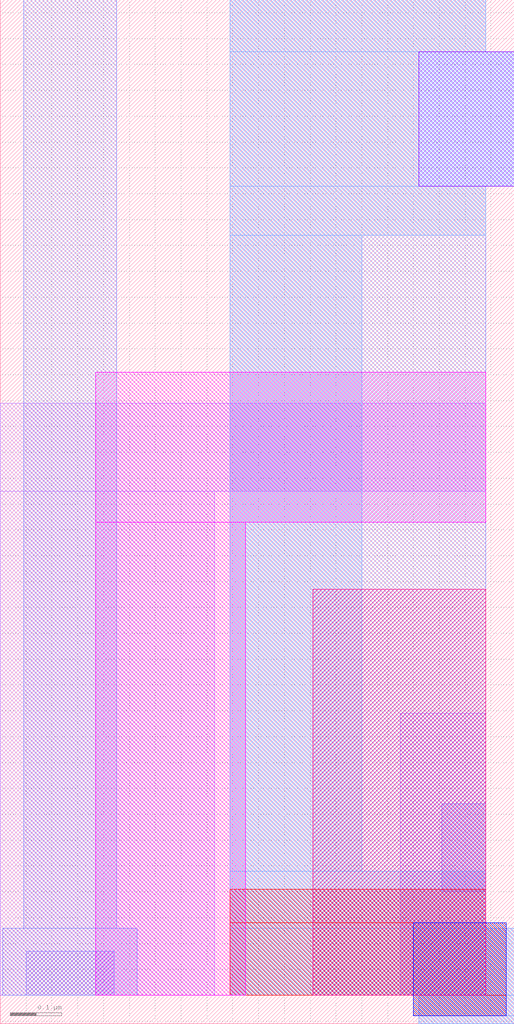
<source format=lef>
# Copyright 2020 The SkyWater PDK Authors
#
# Licensed under the Apache License, Version 2.0 (the "License");
# you may not use this file except in compliance with the License.
# You may obtain a copy of the License at
#
#     https://www.apache.org/licenses/LICENSE-2.0
#
# Unless required by applicable law or agreed to in writing, software
# distributed under the License is distributed on an "AS IS" BASIS,
# WITHOUT WARRANTIES OR CONDITIONS OF ANY KIND, either express or implied.
# See the License for the specific language governing permissions and
# limitations under the License.
#
# SPDX-License-Identifier: Apache-2.0

VERSION 5.7 ;
  NOWIREEXTENSIONATPIN ON ;
  DIVIDERCHAR "/" ;
  BUSBITCHARS "[]" ;
MACRO sky130_fd_bd_sram__sram_dp_corner
  CLASS BLOCK ;
  FOREIGN sky130_fd_bd_sram__sram_dp_corner ;
  ORIGIN  0.000000  0.055000 ;
  SIZE  0.995000 BY  1.980000 ;
  OBS
    LAYER li1 ;
      RECT 0.000000 0.000000 0.415000 0.975000 ;
      RECT 0.000000 0.975000 0.940000 1.145000 ;
      RECT 0.775000 0.000000 0.940000 0.545000 ;
    LAYER mcon ;
      RECT 0.050000 0.000000 0.220000 0.085000 ;
      RECT 0.855000 0.200000 0.940000 0.370000 ;
    LAYER met1 ;
      RECT 0.005000  0.000000 0.265000 0.130000 ;
      RECT 0.045000  0.130000 0.225000 1.925000 ;
      RECT 0.445000  0.000000 0.995000 0.130000 ;
      RECT 0.445000  0.130000 0.940000 1.565000 ;
      RECT 0.445000  1.565000 0.995000 1.825000 ;
      RECT 0.445000  1.825000 0.940000 1.925000 ;
      RECT 0.810000 -0.055000 0.995000 0.000000 ;
    LAYER met2 ;
      RECT 0.445000  0.000000 0.995000  0.130000 ;
      RECT 0.445000  0.130000 0.980000  0.140000 ;
      RECT 0.445000  0.140000 0.940000  0.240000 ;
      RECT 0.445000  0.240000 0.700000  1.470000 ;
      RECT 0.445000  1.470000 0.940000  1.565000 ;
      RECT 0.445000  1.565000 0.995000  1.825000 ;
      RECT 0.445000  1.825000 0.940000  1.925000 ;
      RECT 0.800000 -0.040000 0.995000  0.000000 ;
      RECT 0.810000 -0.055000 0.995000 -0.040000 ;
    LAYER met3 ;
      RECT 0.445000  0.000000 0.980000 0.140000 ;
      RECT 0.445000  0.140000 0.940000 0.205000 ;
      RECT 0.800000 -0.040000 0.980000 0.000000 ;
    LAYER nwell ;
      RECT 0.605000 0.000000 0.940000 0.785000 ;
    LAYER pwell ;
      RECT 0.185000 0.000000 0.475000 0.915000 ;
      RECT 0.185000 0.915000 0.940000 1.205000 ;
    LAYER via ;
      RECT 0.810000 1.565000 0.995000 1.825000 ;
    LAYER via2 ;
      RECT 0.800000 -0.040000 0.980000 0.140000 ;
  END
END sky130_fd_bd_sram__sram_dp_corner
END LIBRARY

</source>
